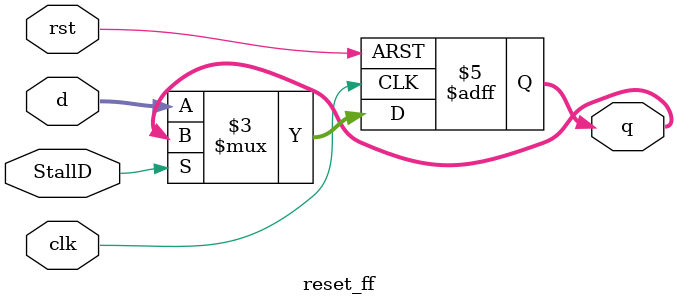
<source format=v>
module reset_ff #(parameter WIDTH = 32) (
    input       clk, rst,
    input       [WIDTH-1:0] d,
    output reg  [WIDTH-1:0] q,
    input       StallD
);

always @(posedge clk or posedge rst) begin
    if (rst) q <= 0;
    else if(!StallD)    q <= d;
end

endmodule
</source>
